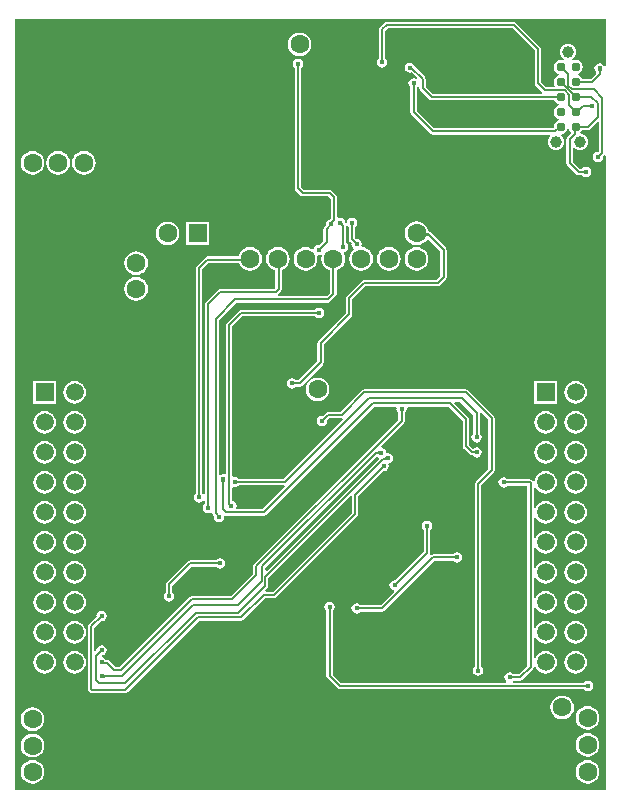
<source format=gbl>
%FSDAX23Y23*%
%MOIN*%
%SFA1B1*%

%IPPOS*%
%ADD85C,0.005000*%
%ADD86C,0.039020*%
%ADD87C,0.062990*%
%ADD88R,0.059060X0.059060*%
%ADD89C,0.059060*%
%ADD90R,0.062990X0.062990*%
%ADD91C,0.017720*%
%ADD93C,0.030980*%
%LNtivac-1*%
%LPD*%
G36*
X01985Y02428D02*
X01980Y02427D01*
X01977Y02432*
X01971Y02435*
X01965Y02437*
X01958Y02435*
X01952Y02432*
X01949Y02426*
X01947Y02420*
X01949Y02413*
X01952Y02407*
X01952Y02402*
X01935Y02385*
X01906*
X01901Y02391*
X01894Y02397*
X01891Y02397*
Y02402*
X01894Y02402*
X01901Y02408*
X01907Y02415*
X01908Y02425*
X01907Y02434*
X01901Y02441*
X01894Y02447*
X01885Y02448*
X01877Y02447*
X01874Y02451*
X01879Y02455*
X01883Y02461*
X01886Y02467*
X01887Y02475*
X01886Y02482*
X01883Y02488*
X01879Y02494*
X01873Y02498*
X01867Y02501*
X01860Y02502*
X01852Y02501*
X01846Y02498*
X01840Y02494*
X01836Y02488*
X01833Y02482*
X01832Y02475*
X01833Y02467*
X01836Y02461*
X01840Y02455*
X01845Y02451*
X01842Y02447*
X01835Y02448*
X01825Y02447*
X01818Y02441*
X01812Y02434*
X01811Y02425*
X01812Y02415*
X01818Y02408*
X01825Y02402*
X01828Y02402*
Y02397*
X01825Y02397*
X01818Y02391*
X01812Y02384*
X01811Y02375*
X01812Y02365*
X01815Y02362*
X01812Y02357*
X01787*
X01770Y02374*
Y02485*
X01769Y02489*
X01767Y02492*
X01687Y02572*
X01684Y02574*
X01680Y02575*
X01255*
X01250Y02574*
X01247Y02572*
X01232Y02557*
X01230Y02554*
X01229Y02550*
Y02453*
X01227Y02452*
X01224Y02446*
X01222Y02440*
X01224Y02433*
X01227Y02427*
X01233Y02424*
X01240Y02422*
X01246Y02424*
X01252Y02427*
X01255Y02433*
X01257Y02440*
X01255Y02446*
X01252Y02452*
X01250Y02453*
Y02545*
X01259Y02554*
X01675*
X01749Y02480*
Y02370*
X01750Y02365*
X01752Y02362*
X01774Y02340*
X01773Y02336*
X01772Y02335*
X01409*
X01385Y02359*
Y02385*
X01384Y02389*
X01382Y02392*
X01348Y02426*
X01348Y02428*
X01344Y02434*
X01339Y02437*
X01332Y02439*
X01326Y02437*
X01320Y02434*
X01316Y02428*
X01315Y02422*
X01316Y02415*
X01320Y02410*
X01326Y02406*
X01332Y02405*
X01338Y02406*
X01356Y02388*
X01353Y02384*
X01351Y02385*
X01345Y02387*
X01338Y02385*
X01332Y02382*
X01329Y02376*
X01327Y02370*
X01329Y02363*
X01332Y02357*
X01334Y02356*
Y02275*
X01335Y02270*
X01337Y02267*
X01402Y02202*
X01405Y02200*
X01409Y02199*
X01798*
X01800Y02194*
X01800Y02194*
X01796Y02188*
X01793Y02182*
X01792Y02175*
X01793Y02167*
X01796Y02161*
X01800Y02155*
X01806Y02151*
X01812Y02148*
X01820Y02147*
X01827Y02148*
X01833Y02151*
X01839Y02155*
X01843Y02161*
X01846Y02167*
X01847Y02175*
X01846Y02182*
X01843Y02188*
X01839Y02194*
X01837Y02196*
X01838Y02201*
X01844Y02202*
X01851Y02208*
X01857Y02215*
X01857Y02218*
X01862*
X01862Y02215*
X01868Y02208*
X01868Y02207*
X01869Y02202*
X01857Y02191*
X01855Y02187*
X01854Y02183*
Y02105*
X01855Y02100*
X01857Y02097*
X01887Y02067*
X01890Y02065*
X01895Y02064*
X01906*
X01907Y02062*
X01913Y02059*
X01920Y02057*
X01926Y02059*
X01932Y02062*
X01935Y02068*
X01937Y02075*
X01935Y02081*
X01932Y02087*
X01926Y02090*
X01920Y02092*
X01913Y02090*
X01907Y02087*
X01906Y02085*
X01899*
X01875Y02109*
Y02153*
X01879Y02155*
X01880Y02155*
X01886Y02151*
X01892Y02148*
X01899Y02147*
X01907Y02148*
X01913Y02151*
X01919Y02155*
X01923Y02161*
X01926Y02167*
X01927Y02175*
X01926Y02182*
X01923Y02188*
X01919Y02194*
X01913Y02198*
X01907Y02201*
X01902Y02202*
X01900Y02207*
X01901Y02208*
X01906Y02214*
X01925*
X01929Y02215*
X01932Y02217*
X01959Y02244*
X01963Y02242*
Y02145*
X01960Y02142*
X01953Y02140*
X01947Y02137*
X01944Y02131*
X01942Y02125*
X01944Y02118*
X01947Y02112*
X01953Y02109*
X01960Y02107*
X01966Y02109*
X01972Y02112*
X01975Y02118*
X01977Y02125*
X01976Y02126*
X01980Y02130*
X01985Y02127*
Y00015*
X00015*
Y02585*
X01985*
Y02428*
G37*
G36*
X01848Y02417D02*
X01848Y02417D01*
X01848Y02416*
X01848Y02416*
X01848Y02415*
X01849Y02414*
X01849Y02414*
X01849Y02413*
X01850Y02413*
X01851Y02412*
X01847Y02408*
X01846Y02409*
X01846Y02410*
X01845Y02410*
X01845Y02410*
X01844Y02411*
X01843Y02411*
X01843Y02411*
X01842Y02411*
X01842Y02411*
X01841Y02411*
X01848Y02418*
X01848Y02417*
G37*
G36*
X01970Y02412D02*
X01969Y02412D01*
X01969Y02411*
X01968Y02410*
X01968Y02409*
X01968Y02409*
X01967Y02408*
X01967Y02407*
X01967Y02406*
X01967Y02406*
X01962*
X01962Y02406*
X01962Y02407*
X01962Y02408*
X01961Y02409*
X01961Y02409*
X01961Y02410*
X01960Y02411*
X01960Y02412*
X01959Y02412*
X01958Y02413*
X01971*
X01970Y02412*
G37*
G36*
X01899Y02379D02*
X01900Y02379D01*
X01900Y02378*
X01900Y02378*
X01901Y02378*
X01902Y02377*
X01902Y02377*
X01903Y02377*
X01904Y02377*
X01905Y02377*
Y02372*
X01904Y02372*
X01903Y02372*
X01902Y02372*
X01902Y02372*
X01901Y02371*
X01900Y02371*
X01900Y02371*
X01900Y02370*
X01899Y02370*
X01899Y02370*
Y02380*
X01899Y02379*
G37*
G36*
Y02329D02*
X01900Y02329D01*
X01900Y02328*
X01900Y02328*
X01901Y02328*
X01902Y02327*
X01902Y02327*
X01903Y02327*
X01904Y02327*
X01905Y02327*
Y02322*
X01904Y02322*
X01903Y02322*
X01902Y02322*
X01902Y02322*
X01901Y02321*
X01900Y02321*
X01900Y02321*
X01900Y02320*
X01899Y02320*
X01899Y02320*
Y02330*
X01899Y02329*
G37*
G36*
X01820Y02320D02*
X01820Y02320D01*
X01819Y02320*
X01819Y02321*
X01819Y02321*
X01818Y02321*
X01817Y02322*
X01817Y02322*
X01816Y02322*
X01815Y02322*
X01814Y02322*
Y02327*
X01815Y02327*
X01816Y02327*
X01817Y02327*
X01817Y02327*
X01818Y02328*
X01819Y02328*
X01819Y02328*
X01819Y02329*
X01820Y02329*
X01820Y02330*
Y02320*
G37*
G36*
X01933Y02288D02*
X01932Y02289D01*
X01932Y02290*
X01931Y02290*
X01930Y02291*
X01929Y02291*
X01929Y02291*
X01928Y02292*
X01927Y02292*
X01926Y02292*
X01926Y02292*
Y02297*
X01926Y02297*
X01927Y02297*
X01928Y02297*
X01929Y02298*
X01929Y02298*
X01930Y02298*
X01931Y02299*
X01932Y02299*
X01932Y02300*
X01933Y02301*
Y02288*
G37*
G36*
X01902Y02284D02*
X01902Y02283D01*
X01901Y02283*
X01901Y02282*
X01900Y02281*
X01900Y02281*
X01900Y02280*
X01900Y02280*
X01900Y02279*
Y02278*
X01900Y02278*
X01894Y02286*
X01895Y02286*
X01895Y02286*
X01896Y02286*
X01896Y02286*
X01897Y02286*
X01897Y02286*
X01898Y02287*
X01898Y02287*
X01899Y02288*
X01900Y02288*
X01902Y02284*
G37*
G36*
X01873Y02290D02*
X01873Y02289D01*
X01874Y02289*
X01874Y02289*
X01875Y02288*
X01876Y02288*
X01876Y02288*
X01877Y02288*
X01877Y02288*
X01878Y02288*
X01871Y02281*
X01871Y02282*
X01871Y02282*
X01871Y02283*
X01871Y02283*
X01871Y02284*
X01870Y02285*
X01870Y02285*
X01870Y02286*
X01869Y02286*
X01868Y02287*
X01872Y02291*
X01873Y02290*
G37*
G36*
X01364Y02359D02*
Y02355D01*
X01365Y02350*
X01367Y02347*
X01397Y02317*
X01400Y02315*
X01405Y02314*
X01813*
X01818Y02308*
X01825Y02302*
X01828Y02302*
Y02297*
X01825Y02297*
X01818Y02291*
X01812Y02284*
X01811Y02275*
X01812Y02265*
X01818Y02258*
X01825Y02252*
X01828Y02252*
Y02247*
X01825Y02247*
X01818Y02241*
X01812Y02234*
X01811Y02225*
X01811Y02224*
X01808Y02220*
X01414*
X01355Y02279*
Y02356*
X01357Y02357*
X01359Y02361*
X01364Y02359*
G37*
G36*
X01899Y02229D02*
X01900Y02229D01*
X01900Y02228*
X01900Y02228*
X01901Y02228*
X01902Y02227*
X01902Y02227*
X01903Y02227*
X01904Y02227*
X01905Y02227*
Y02222*
X01904Y02222*
X01903Y02222*
X01902Y02222*
X01902Y02222*
X01901Y02221*
X01900Y02221*
X01900Y02221*
X01900Y02220*
X01899Y02220*
X01899Y02220*
Y02230*
X01899Y02229*
G37*
G36*
X01826Y02211D02*
X01826Y02212D01*
X01825Y02212*
X01825Y02212*
X01824Y02212*
X01824Y02212*
X01823Y02211*
X01822Y02211*
X01822Y02211*
X01821Y02210*
X01821Y02210*
X01817Y02213*
X01818Y02214*
X01819Y02215*
X01819Y02215*
X01819Y02216*
X01820Y02217*
X01820Y02217*
X01820Y02218*
X01820Y02218*
X01820Y02219*
X01820Y02219*
X01826Y02211*
G37*
G36*
X01888Y02209D02*
X01887Y02209D01*
X01887Y02209*
X01886Y02209*
X01886Y02208*
X01886Y02208*
X01886Y02207*
X01885Y02207*
X01885Y02206*
X01885Y02205*
X01885Y02204*
X01880Y02205*
X01880Y02206*
X01880Y02206*
X01880Y02207*
X01880Y02208*
X01880Y02209*
X01879Y02209*
X01879Y02210*
X01879Y02210*
X01878Y02210*
X01878Y02211*
X01888Y02209*
G37*
%LNtivac-2*%
%LPC*%
G36*
X00965Y02539D02*
X00954Y02538D01*
X00945Y02534*
X00936Y02528*
X00930Y02519*
X00926Y02510*
X00925Y02500*
X00926Y02489*
X00930Y02480*
X00936Y02471*
X00945Y02465*
X00954Y02461*
X00965Y02460*
X00975Y02461*
X00984Y02465*
X00993Y02471*
X00999Y02480*
X01003Y02489*
X01004Y02500*
X01003Y02510*
X00999Y02519*
X00993Y02528*
X00984Y02534*
X00975Y02538*
X00965Y02539*
G37*
G36*
X00245Y02144D02*
X00235Y02143D01*
X00226Y02139*
X00217Y02133*
X00211Y02124*
X00207Y02115*
X00206Y02105*
X00207Y02094*
X00211Y02085*
X00217Y02076*
X00226Y02070*
X00235Y02066*
X00245Y02065*
X00256Y02066*
X00265Y02070*
X00273Y02076*
X00280Y02085*
X00284Y02094*
X00285Y02105*
X00284Y02115*
X00280Y02124*
X00273Y02133*
X00265Y02139*
X00256Y02143*
X00245Y02144*
G37*
G36*
X00160D02*
X00150Y02143D01*
X00140Y02139*
X00132Y02133*
X00126Y02124*
X00122Y02115*
X00120Y02105*
X00122Y02094*
X00126Y02085*
X00132Y02076*
X00140Y02070*
X00150Y02066*
X00160Y02065*
X00170Y02066*
X00180Y02070*
X00188Y02076*
X00194Y02085*
X00198Y02094*
X00200Y02105*
X00198Y02115*
X00194Y02124*
X00188Y02133*
X00180Y02139*
X00170Y02143*
X00160Y02144*
G37*
G36*
X00075D02*
X00064Y02143D01*
X00055Y02139*
X00046Y02133*
X00040Y02124*
X00036Y02115*
X00035Y02105*
X00036Y02094*
X00040Y02085*
X00046Y02076*
X00055Y02070*
X00064Y02066*
X00075Y02065*
X00085Y02066*
X00094Y02070*
X00103Y02076*
X00109Y02085*
X00113Y02094*
X00114Y02105*
X00113Y02115*
X00109Y02124*
X00103Y02133*
X00094Y02139*
X00085Y02143*
X00075Y02144*
G37*
G36*
X00664Y01909D02*
X00585D01*
Y01830*
X00664*
Y01909*
G37*
G36*
X00525Y01909D02*
X00514Y01908D01*
X00505Y01904*
X00496Y01898*
X00490Y01889*
X00486Y01880*
X00485Y01870*
X00486Y01859*
X00490Y01850*
X00496Y01841*
X00505Y01835*
X00514Y01831*
X00525Y01830*
X00535Y01831*
X00544Y01835*
X00553Y01841*
X00559Y01850*
X00563Y01859*
X00564Y01870*
X00563Y01880*
X00559Y01889*
X00553Y01898*
X00544Y01904*
X00535Y01908*
X00525Y01909*
G37*
G36*
X01355Y01824D02*
X01344Y01823D01*
X01335Y01819*
X01326Y01813*
X01320Y01804*
X01316Y01795*
X01315Y01785*
X01316Y01774*
X01320Y01765*
X01326Y01756*
X01335Y01750*
X01344Y01746*
X01355Y01745*
X01365Y01746*
X01374Y01750*
X01383Y01756*
X01389Y01765*
X01393Y01774*
X01394Y01785*
X01393Y01795*
X01389Y01804*
X01383Y01813*
X01374Y01819*
X01365Y01823*
X01355Y01824*
G37*
G36*
X01262D02*
X01252Y01823D01*
X01242Y01819*
X01234Y01813*
X01228Y01804*
X01224Y01795*
X01222Y01785*
X01224Y01774*
X01228Y01765*
X01234Y01756*
X01242Y01750*
X01252Y01746*
X01262Y01745*
X01272Y01746*
X01282Y01750*
X01290Y01756*
X01296Y01765*
X01300Y01774*
X01302Y01785*
X01300Y01795*
X01296Y01804*
X01290Y01813*
X01282Y01819*
X01272Y01823*
X01262Y01824*
G37*
G36*
X00960Y02452D02*
X00953Y02450D01*
X00947Y02447*
X00944Y02441*
X00942Y02435*
X00944Y02428*
X00947Y02422*
X00949Y02421*
Y02020*
X00950Y02015*
X00952Y02012*
X00967Y01997*
X00970Y01995*
X00975Y01994*
X01060*
X01069Y01985*
Y01917*
X01068Y01916*
X01063Y01915*
X01057Y01912*
X01054Y01906*
X01052Y01900*
X01053Y01898*
X01047Y01892*
X01045Y01889*
X01044Y01885*
Y01844*
X01031Y01831*
X01030Y01832*
X01023Y01830*
X01017Y01827*
X01014Y01821*
X01013Y01818*
X01008Y01816*
X01004Y01819*
X00995Y01823*
X00985Y01824*
X00974Y01823*
X00965Y01819*
X00956Y01813*
X00950Y01804*
X00946Y01795*
X00945Y01785*
X00946Y01774*
X00950Y01765*
X00956Y01756*
X00965Y01750*
X00974Y01746*
X00985Y01745*
X00995Y01746*
X01004Y01750*
X01013Y01756*
X01019Y01765*
X01023Y01774*
X01024Y01785*
X01023Y01794*
X01025Y01797*
X01027Y01798*
X01030Y01797*
X01035Y01798*
X01038Y01796*
X01039Y01795*
X01037Y01785*
X01039Y01774*
X01043Y01765*
X01049Y01756*
X01057Y01750*
X01066Y01746*
Y01671*
X01055Y01660*
X00893*
X00892Y01661*
X00892Y01667*
X00902Y01677*
X00904Y01680*
X00905Y01685*
Y01747*
X00912Y01750*
X00920Y01756*
X00926Y01765*
X00930Y01774*
X00932Y01785*
X00930Y01795*
X00926Y01804*
X00920Y01813*
X00912Y01819*
X00902Y01823*
X00892Y01824*
X00882Y01823*
X00872Y01819*
X00864Y01813*
X00858Y01804*
X00854Y01795*
X00852Y01785*
X00854Y01774*
X00858Y01765*
X00864Y01756*
X00872Y01750*
X00882Y01746*
X00884Y01746*
Y01689*
X00880Y01685*
X00700*
X00695Y01684*
X00692Y01682*
X00652Y01642*
X00650Y01639*
X00649Y01635*
Y01000*
X00644Y00998*
X00642Y01002*
X00640Y01003*
Y01750*
X00661Y01771*
X00762*
X00765Y01765*
X00771Y01756*
X00780Y01750*
X00789Y01746*
X00800Y01745*
X00810Y01746*
X00819Y01750*
X00828Y01756*
X00834Y01765*
X00838Y01774*
X00839Y01785*
X00838Y01795*
X00834Y01804*
X00828Y01813*
X00819Y01819*
X00810Y01823*
X00800Y01824*
X00789Y01823*
X00780Y01819*
X00771Y01813*
X00765Y01804*
X00761Y01795*
X00761Y01793*
X00657*
X00653Y01792*
X00649Y01789*
X00622Y01762*
X00620Y01759*
X00619Y01755*
Y01003*
X00617Y01002*
X00614Y00996*
X00612Y00990*
X00614Y00983*
X00617Y00977*
X00623Y00974*
X00630Y00972*
X00636Y00974*
X00642Y00977*
X00644Y00981*
X00649Y00979*
Y00968*
X00647Y00967*
X00644Y00961*
X00642Y00955*
X00644Y00948*
X00647Y00942*
X00653Y00939*
X00660Y00937*
X00666Y00939*
X00669Y00941*
X00674Y00938*
Y00936*
X00675Y00932*
X00677Y00929*
X00679Y00926*
X00679Y00925*
X00680Y00918*
X00684Y00912*
X00690Y00909*
X00696Y00907*
X00703Y00909*
X00708Y00912*
X00712Y00918*
X00713Y00925*
X00713Y00926*
X00713Y00926*
X00717Y00929*
X00720Y00929*
X00845*
X00849Y00930*
X00852Y00932*
X01212Y01292*
X01284*
X01288Y01287*
X01287Y01285*
X01289Y01278*
X01292Y01272*
X01294Y01271*
Y01249*
X00812Y00767*
X00810Y00764*
X00809Y00760*
Y00734*
X00735Y00660*
X00605*
X00600Y00659*
X00597Y00657*
X00365Y00425*
X00349*
X00328Y00446*
X00325Y00448*
X00321Y00449*
X00318*
X00317Y00452*
X00311Y00455*
X00307Y00456*
X00307Y00456*
X00305Y00461*
X00306Y00463*
X00311Y00464*
X00317Y00467*
X00320Y00473*
X00322Y00480*
X00320Y00486*
X00317Y00492*
X00311Y00495*
X00305Y00497*
X00298Y00495*
X00292Y00492*
X00289Y00486*
X00287Y00480*
X00288Y00479*
X00288Y00478*
X00287Y00478*
X00285Y00477*
X00285Y00476*
X00285Y00476*
X00280Y00479*
Y00555*
X00303Y00578*
X00305Y00577*
X00311Y00579*
X00317Y00582*
X00320Y00588*
X00322Y00595*
X00320Y00601*
X00317Y00607*
X00311Y00610*
X00305Y00612*
X00298Y00610*
X00292Y00607*
X00289Y00601*
X00287Y00595*
X00288Y00593*
X00262Y00567*
X00260Y00564*
X00259Y00560*
Y00351*
X00260Y00347*
X00262Y00344*
X00265Y00341*
X00268Y00339*
X00272Y00338*
X00383*
X00387Y00339*
X00391Y00341*
X00629Y00579*
X00770*
X00774Y00580*
X00777Y00582*
X00849Y00654*
X00880*
X00884Y00655*
X00887Y00657*
X01157Y00927*
X01159Y00930*
X01160Y00935*
Y00995*
X01243Y01078*
X01245Y01077*
X01251Y01079*
X01257Y01082*
X01260Y01088*
X01262Y01094*
X01260Y01101*
X01265Y01103*
X01266Y01104*
X01272Y01107*
X01275Y01113*
X01277Y01120*
X01275Y01126*
X01272Y01132*
X01266Y01135*
X01260Y01137*
X01257Y01136*
X01252Y01139*
X01252Y01140*
X01251Y01146*
X01247Y01151*
X01241Y01155*
X01238Y01156*
X01236Y01161*
X01312Y01237*
X01314Y01240*
X01315Y01245*
Y01271*
X01317Y01272*
X01320Y01278*
X01322Y01285*
X01321Y01287*
X01325Y01292*
X01462*
X01509Y01245*
Y01160*
X01510Y01155*
X01512Y01152*
X01531Y01133*
X01534Y01131*
X01538Y01130*
X01541*
X01542Y01127*
X01548Y01124*
X01555Y01122*
X01561Y01124*
X01567Y01127*
X01570Y01133*
X01572Y01140*
X01570Y01146*
X01567Y01152*
X01561Y01155*
X01555Y01157*
X01548Y01155*
X01542Y01152*
X01542*
X01530Y01164*
Y01250*
X01529Y01254*
X01527Y01257*
X01480Y01304*
X01482Y01309*
X01500*
X01544Y01265*
Y01203*
X01542Y01202*
X01539Y01196*
X01537Y01190*
X01539Y01183*
X01542Y01177*
X01548Y01174*
X01555Y01172*
X01561Y01174*
X01567Y01177*
X01570Y01183*
X01572Y01190*
X01570Y01196*
X01567Y01202*
X01565Y01203*
Y01270*
X01564Y01272*
X01568Y01275*
X01569Y01275*
X01594Y01250*
Y01084*
X01552Y01042*
X01550Y01039*
X01549Y01035*
Y00425*
X01547Y00424*
X01544Y00418*
X01542Y00412*
X01544Y00405*
X01547Y00400*
X01553Y00396*
X01560Y00395*
X01566Y00396*
X01572Y00400*
X01575Y00405*
X01577Y00412*
X01575Y00418*
X01572Y00424*
X01570Y00425*
Y01030*
X01612Y01072*
X01614Y01075*
X01615Y01080*
Y01255*
X01614Y01259*
X01612Y01262*
X01527Y01347*
X01524Y01349*
X01520Y01350*
X01180*
X01175Y01349*
X01172Y01347*
X01100Y01275*
X01060*
X01055Y01274*
X01052Y01272*
X01041Y01261*
X01040Y01262*
X01033Y01260*
X01027Y01257*
X01024Y01251*
X01022Y01245*
X01024Y01238*
X01027Y01232*
X01033Y01229*
X01040Y01227*
X01046Y01229*
X01052Y01232*
X01055Y01238*
X01057Y01245*
X01056Y01246*
X01064Y01254*
X01105*
X01107Y01255*
X01110Y01251*
X01110Y01250*
X00911Y01051*
X00761*
X00760Y01053*
X00754Y01056*
X00748Y01058*
X00745Y01057*
X00740Y01061*
Y01560*
X00774Y01594*
X01016*
X01017Y01592*
X01023Y01589*
X01030Y01587*
X01036Y01589*
X01042Y01592*
X01045Y01598*
X01047Y01605*
X01045Y01611*
X01042Y01617*
X01036Y01620*
X01030Y01622*
X01023Y01620*
X01017Y01617*
X01016Y01615*
X00770*
X00765Y01614*
X00762Y01612*
X00722Y01572*
X00720Y01569*
X00719Y01565*
Y01069*
X00714Y01066*
X00710Y01067*
X00703Y01065*
X00700Y01063*
X00695Y01066*
Y01580*
X00754Y01639*
X01060*
X01064Y01640*
X01067Y01642*
X01084Y01660*
X01087Y01663*
X01088Y01667*
Y01746*
X01097Y01750*
X01105Y01756*
X01111Y01765*
X01115Y01774*
X01117Y01785*
X01115Y01795*
X01112Y01803*
X01114Y01807*
X01115Y01808*
X01116Y01809*
X01122Y01812*
X01125Y01818*
X01127Y01825*
X01125Y01831*
X01122Y01837*
X01120Y01838*
Y01895*
X01125Y01896*
X01127Y01892*
X01129Y01891*
Y01850*
X01130Y01845*
X01132Y01842*
X01138Y01836*
X01137Y01835*
X01139Y01828*
X01142Y01822*
X01144Y01821*
X01145Y01815*
X01141Y01813*
X01135Y01804*
X01131Y01795*
X01130Y01785*
X01131Y01774*
X01135Y01765*
X01141Y01756*
X01150Y01750*
X01159Y01746*
X01170Y01745*
X01180Y01746*
X01189Y01750*
X01198Y01756*
X01204Y01765*
X01208Y01774*
X01209Y01785*
X01208Y01795*
X01204Y01804*
X01198Y01813*
X01189Y01819*
X01180Y01823*
X01173Y01824*
X01172Y01826*
X01170Y01829*
X01172Y01835*
X01170Y01841*
X01167Y01847*
X01161Y01850*
X01155Y01852*
X01154Y01851*
X01150Y01855*
Y01891*
X01152Y01892*
X01155Y01898*
X01157Y01905*
X01155Y01911*
X01152Y01917*
X01146Y01920*
X01140Y01922*
X01133Y01920*
X01127Y01917*
X01124Y01911*
X01123Y01906*
X01122Y01905*
X01120Y01904*
X01118Y01904*
X01117Y01904*
X01116Y01905*
X01115Y01911*
X01112Y01917*
X01106Y01920*
X01100Y01922*
X01095Y01921*
X01090Y01924*
Y01990*
X01089Y01994*
X01087Y01997*
X01072Y02012*
X01069Y02014*
X01065Y02015*
X00979*
X00970Y02024*
Y02421*
X00972Y02422*
X00975Y02428*
X00977Y02435*
X00975Y02441*
X00972Y02447*
X00966Y02450*
X00960Y02452*
G37*
G36*
X00420Y01810D02*
X00409Y01808D01*
X00400Y01804*
X00391Y01798*
X00385Y01790*
X00381Y01780*
X00380Y01770*
X00381Y01760*
X00385Y01750*
X00391Y01742*
X00400Y01736*
X00409Y01732*
X00420Y01730*
X00430Y01732*
X00439Y01736*
X00448Y01742*
X00454Y01750*
X00458Y01760*
X00459Y01770*
X00458Y01780*
X00454Y01790*
X00448Y01798*
X00439Y01804*
X00430Y01808*
X00420Y01810*
G37*
G36*
Y01724D02*
X00409Y01723D01*
X00400Y01719*
X00391Y01713*
X00385Y01704*
X00381Y01695*
X00380Y01685*
X00381Y01674*
X00385Y01665*
X00391Y01656*
X00400Y01650*
X00409Y01646*
X00420Y01645*
X00430Y01646*
X00439Y01650*
X00448Y01656*
X00454Y01665*
X00458Y01674*
X00459Y01685*
X00458Y01695*
X00454Y01704*
X00448Y01713*
X00439Y01719*
X00430Y01723*
X00420Y01724*
G37*
G36*
X01355Y01910D02*
X01344Y01908D01*
X01335Y01904*
X01326Y01898*
X01320Y01890*
X01316Y01880*
X01315Y01870*
X01316Y01860*
X01320Y01850*
X01326Y01842*
X01335Y01836*
X01344Y01832*
X01355Y01830*
X01365Y01832*
X01374Y01836*
X01383Y01842*
X01388Y01849*
X01392Y01850*
X01394Y01850*
X01434Y01810*
Y01729*
X01420Y01715*
X01180*
X01175Y01714*
X01172Y01712*
X01122Y01662*
X01120Y01659*
X01119Y01655*
Y01604*
X01027Y01512*
X01025Y01509*
X01024Y01505*
Y01444*
X00960Y01380*
X00953*
X00952Y01382*
X00946Y01385*
X00940Y01387*
X00933Y01385*
X00927Y01382*
X00924Y01376*
X00922Y01370*
X00924Y01363*
X00927Y01357*
X00933Y01354*
X00940Y01352*
X00946Y01354*
X00952Y01357*
X00953Y01359*
X00965*
X00969Y01360*
X00972Y01362*
X01042Y01432*
X01044Y01435*
X01045Y01440*
Y01500*
X01137Y01592*
X01139Y01595*
X01140Y01600*
Y01650*
X01184Y01694*
X01425*
X01429Y01695*
X01432Y01697*
X01452Y01717*
X01454Y01720*
X01455Y01725*
Y01815*
X01454Y01819*
X01452Y01822*
X01401Y01873*
X01398Y01875*
X01394Y01876*
X01394Y01876*
X01394Y01876*
X01394Y01876*
X01393Y01876*
X01393Y01877*
X01393Y01877*
X01393Y01877*
X01393Y01880*
X01389Y01890*
X01383Y01898*
X01374Y01904*
X01365Y01908*
X01355Y01910*
G37*
G36*
X01025Y01389D02*
X01014Y01388D01*
X01005Y01384*
X00996Y01378*
X00990Y01369*
X00986Y01360*
X00985Y01350*
X00986Y01339*
X00990Y01330*
X00996Y01321*
X01005Y01315*
X01014Y01311*
X01025Y01310*
X01035Y01311*
X01044Y01315*
X01053Y01321*
X01059Y01330*
X01063Y01339*
X01064Y01350*
X01063Y01360*
X01059Y01369*
X01053Y01378*
X01044Y01384*
X01035Y01388*
X01025Y01389*
G37*
G36*
X01822Y01377D02*
X01747D01*
Y01302*
X01822*
Y01377*
G37*
G36*
X00152D02*
X00077D01*
Y01302*
X00152*
Y01377*
G37*
G36*
X01885Y01377D02*
X01875Y01376D01*
X01866Y01372*
X01858Y01366*
X01852Y01358*
X01848Y01349*
X01847Y01340*
X01848Y01330*
X01852Y01321*
X01858Y01313*
X01866Y01307*
X01875Y01303*
X01885Y01302*
X01894Y01303*
X01903Y01307*
X01911Y01313*
X01917Y01321*
X01921Y01330*
X01922Y01340*
X01921Y01349*
X01917Y01358*
X01911Y01366*
X01903Y01372*
X01894Y01376*
X01885Y01377*
G37*
G36*
X00215D02*
X00205Y01376D01*
X00196Y01372*
X00188Y01366*
X00182Y01358*
X00178Y01349*
X00177Y01340*
X00178Y01330*
X00182Y01321*
X00188Y01313*
X00196Y01307*
X00205Y01303*
X00215Y01302*
X00224Y01303*
X00233Y01307*
X00241Y01313*
X00247Y01321*
X00251Y01330*
X00252Y01340*
X00251Y01349*
X00247Y01358*
X00241Y01366*
X00233Y01372*
X00224Y01376*
X00215Y01377*
G37*
G36*
X01885Y01277D02*
X01875Y01276D01*
X01866Y01272*
X01858Y01266*
X01852Y01258*
X01848Y01249*
X01847Y01240*
X01848Y01230*
X01852Y01221*
X01858Y01213*
X01866Y01207*
X01875Y01203*
X01885Y01202*
X01894Y01203*
X01903Y01207*
X01911Y01213*
X01917Y01221*
X01921Y01230*
X01922Y01240*
X01921Y01249*
X01917Y01258*
X01911Y01266*
X01903Y01272*
X01894Y01276*
X01885Y01277*
G37*
G36*
X01785D02*
X01775Y01276D01*
X01766Y01272*
X01758Y01266*
X01752Y01258*
X01748Y01249*
X01747Y01240*
X01748Y01230*
X01752Y01221*
X01758Y01213*
X01766Y01207*
X01775Y01203*
X01785Y01202*
X01794Y01203*
X01803Y01207*
X01811Y01213*
X01817Y01221*
X01821Y01230*
X01822Y01240*
X01821Y01249*
X01817Y01258*
X01811Y01266*
X01803Y01272*
X01794Y01276*
X01785Y01277*
G37*
G36*
X00215D02*
X00205Y01276D01*
X00196Y01272*
X00188Y01266*
X00182Y01258*
X00178Y01249*
X00177Y01240*
X00178Y01230*
X00182Y01221*
X00188Y01213*
X00196Y01207*
X00205Y01203*
X00215Y01202*
X00224Y01203*
X00233Y01207*
X00241Y01213*
X00247Y01221*
X00251Y01230*
X00252Y01240*
X00251Y01249*
X00247Y01258*
X00241Y01266*
X00233Y01272*
X00224Y01276*
X00215Y01277*
G37*
G36*
X00115D02*
X00105Y01276D01*
X00096Y01272*
X00088Y01266*
X00082Y01258*
X00078Y01249*
X00077Y01240*
X00078Y01230*
X00082Y01221*
X00088Y01213*
X00096Y01207*
X00105Y01203*
X00115Y01202*
X00124Y01203*
X00133Y01207*
X00141Y01213*
X00147Y01221*
X00151Y01230*
X00152Y01240*
X00151Y01249*
X00147Y01258*
X00141Y01266*
X00133Y01272*
X00124Y01276*
X00115Y01277*
G37*
G36*
X01885Y01177D02*
X01875Y01176D01*
X01866Y01172*
X01858Y01166*
X01852Y01158*
X01848Y01149*
X01847Y01140*
X01848Y01130*
X01852Y01121*
X01858Y01113*
X01866Y01107*
X01875Y01103*
X01885Y01102*
X01894Y01103*
X01903Y01107*
X01911Y01113*
X01917Y01121*
X01921Y01130*
X01922Y01140*
X01921Y01149*
X01917Y01158*
X01911Y01166*
X01903Y01172*
X01894Y01176*
X01885Y01177*
G37*
G36*
X01785D02*
X01775Y01176D01*
X01766Y01172*
X01758Y01166*
X01752Y01158*
X01748Y01149*
X01747Y01140*
X01748Y01130*
X01752Y01121*
X01758Y01113*
X01766Y01107*
X01775Y01103*
X01785Y01102*
X01794Y01103*
X01803Y01107*
X01811Y01113*
X01817Y01121*
X01821Y01130*
X01822Y01140*
X01821Y01149*
X01817Y01158*
X01811Y01166*
X01803Y01172*
X01794Y01176*
X01785Y01177*
G37*
G36*
X00215D02*
X00205Y01176D01*
X00196Y01172*
X00188Y01166*
X00182Y01158*
X00178Y01149*
X00177Y01140*
X00178Y01130*
X00182Y01121*
X00188Y01113*
X00196Y01107*
X00205Y01103*
X00215Y01102*
X00224Y01103*
X00233Y01107*
X00241Y01113*
X00247Y01121*
X00251Y01130*
X00252Y01140*
X00251Y01149*
X00247Y01158*
X00241Y01166*
X00233Y01172*
X00224Y01176*
X00215Y01177*
G37*
G36*
X00115D02*
X00105Y01176D01*
X00096Y01172*
X00088Y01166*
X00082Y01158*
X00078Y01149*
X00077Y01140*
X00078Y01130*
X00082Y01121*
X00088Y01113*
X00096Y01107*
X00105Y01103*
X00115Y01102*
X00124Y01103*
X00133Y01107*
X00141Y01113*
X00147Y01121*
X00151Y01130*
X00152Y01140*
X00151Y01149*
X00147Y01158*
X00141Y01166*
X00133Y01172*
X00124Y01176*
X00115Y01177*
G37*
G36*
X01785Y01077D02*
X01775Y01076D01*
X01766Y01072*
X01758Y01066*
X01752Y01058*
X01748Y01049*
X01747Y01045*
X01742Y01044*
X01742Y01044*
X01739Y01047*
X01736Y01049*
X01732Y01050*
X01658*
X01657Y01052*
X01651Y01055*
X01645Y01057*
X01638Y01055*
X01632Y01052*
X01629Y01046*
X01627Y01040*
X01629Y01033*
X01632Y01027*
X01638Y01024*
X01645Y01022*
X01651Y01024*
X01657Y01027*
X01658Y01029*
X01724*
Y00429*
X01695Y00400*
X01678*
X01677Y00402*
X01671Y00405*
X01665Y00407*
X01658Y00405*
X01652Y00402*
X01649Y00396*
X01647Y00390*
X01649Y00383*
X01652Y00377*
X01654Y00376*
X01653Y00371*
X01103*
X01075Y00399*
Y00611*
X01077Y00612*
X01080Y00618*
X01082Y00625*
X01080Y00631*
X01077Y00637*
X01071Y00640*
X01065Y00642*
X01058Y00640*
X01052Y00637*
X01049Y00631*
X01047Y00625*
X01049Y00618*
X01052Y00612*
X01054Y00611*
Y00395*
X01055Y00390*
X01057Y00387*
X01091Y00353*
X01094Y00351*
X01098Y00350*
X01912*
X01913Y00348*
X01919Y00345*
X01926Y00343*
X01932Y00345*
X01938Y00348*
X01941Y00354*
X01943Y00361*
X01941Y00367*
X01938Y00373*
X01932Y00376*
X01926Y00378*
X01919Y00376*
X01913Y00373*
X01912Y00371*
X01677*
X01676Y00376*
X01678Y00379*
X01700*
X01704Y00380*
X01707Y00382*
X01742Y00417*
X01744Y00420*
X01745Y00424*
X01745Y00424*
X01751Y00424*
X01752Y00421*
X01758Y00413*
X01766Y00407*
X01775Y00403*
X01785Y00402*
X01794Y00403*
X01803Y00407*
X01811Y00413*
X01817Y00421*
X01821Y00430*
X01822Y00440*
X01821Y00449*
X01817Y00458*
X01811Y00466*
X01803Y00472*
X01794Y00476*
X01785Y00477*
X01775Y00476*
X01766Y00472*
X01758Y00466*
X01752Y00458*
X01750Y00454*
X01745Y00455*
Y00524*
X01750Y00525*
X01752Y00521*
X01758Y00513*
X01766Y00507*
X01775Y00503*
X01785Y00502*
X01794Y00503*
X01803Y00507*
X01811Y00513*
X01817Y00521*
X01821Y00530*
X01822Y00540*
X01821Y00549*
X01817Y00558*
X01811Y00566*
X01803Y00572*
X01794Y00576*
X01785Y00577*
X01775Y00576*
X01766Y00572*
X01758Y00566*
X01752Y00558*
X01750Y00554*
X01745Y00555*
Y00624*
X01750Y00625*
X01752Y00621*
X01758Y00613*
X01766Y00607*
X01775Y00603*
X01785Y00602*
X01794Y00603*
X01803Y00607*
X01811Y00613*
X01817Y00621*
X01821Y00630*
X01822Y00640*
X01821Y00649*
X01817Y00658*
X01811Y00666*
X01803Y00672*
X01794Y00676*
X01785Y00677*
X01775Y00676*
X01766Y00672*
X01758Y00666*
X01752Y00658*
X01750Y00654*
X01745Y00655*
Y00724*
X01750Y00725*
X01752Y00721*
X01758Y00713*
X01766Y00707*
X01775Y00703*
X01785Y00702*
X01794Y00703*
X01803Y00707*
X01811Y00713*
X01817Y00721*
X01821Y00730*
X01822Y00740*
X01821Y00749*
X01817Y00758*
X01811Y00766*
X01803Y00772*
X01794Y00776*
X01785Y00777*
X01775Y00776*
X01766Y00772*
X01758Y00766*
X01752Y00758*
X01750Y00754*
X01745Y00755*
Y00824*
X01750Y00825*
X01752Y00821*
X01758Y00813*
X01766Y00807*
X01775Y00803*
X01785Y00802*
X01794Y00803*
X01803Y00807*
X01811Y00813*
X01817Y00821*
X01821Y00830*
X01822Y00840*
X01821Y00849*
X01817Y00858*
X01811Y00866*
X01803Y00872*
X01794Y00876*
X01785Y00877*
X01775Y00876*
X01766Y00872*
X01758Y00866*
X01752Y00858*
X01750Y00854*
X01745Y00855*
Y00924*
X01750Y00925*
X01752Y00921*
X01758Y00913*
X01766Y00907*
X01775Y00903*
X01785Y00902*
X01794Y00903*
X01803Y00907*
X01811Y00913*
X01817Y00921*
X01821Y00930*
X01822Y00940*
X01821Y00949*
X01817Y00958*
X01811Y00966*
X01803Y00972*
X01794Y00976*
X01785Y00977*
X01775Y00976*
X01766Y00972*
X01758Y00966*
X01752Y00958*
X01750Y00954*
X01745Y00955*
Y01024*
X01750Y01025*
X01752Y01021*
X01758Y01013*
X01766Y01007*
X01775Y01003*
X01785Y01002*
X01794Y01003*
X01803Y01007*
X01811Y01013*
X01817Y01021*
X01821Y01030*
X01822Y01040*
X01821Y01049*
X01817Y01058*
X01811Y01066*
X01803Y01072*
X01794Y01076*
X01785Y01077*
G37*
G36*
X01885D02*
X01875Y01076D01*
X01866Y01072*
X01858Y01066*
X01852Y01058*
X01848Y01049*
X01847Y01040*
X01848Y01030*
X01852Y01021*
X01858Y01013*
X01866Y01007*
X01875Y01003*
X01885Y01002*
X01894Y01003*
X01903Y01007*
X01911Y01013*
X01917Y01021*
X01921Y01030*
X01922Y01040*
X01921Y01049*
X01917Y01058*
X01911Y01066*
X01903Y01072*
X01894Y01076*
X01885Y01077*
G37*
G36*
X00215D02*
X00205Y01076D01*
X00196Y01072*
X00188Y01066*
X00182Y01058*
X00178Y01049*
X00177Y01040*
X00178Y01030*
X00182Y01021*
X00188Y01013*
X00196Y01007*
X00205Y01003*
X00215Y01002*
X00224Y01003*
X00233Y01007*
X00241Y01013*
X00247Y01021*
X00251Y01030*
X00252Y01040*
X00251Y01049*
X00247Y01058*
X00241Y01066*
X00233Y01072*
X00224Y01076*
X00215Y01077*
G37*
G36*
X00115D02*
X00105Y01076D01*
X00096Y01072*
X00088Y01066*
X00082Y01058*
X00078Y01049*
X00077Y01040*
X00078Y01030*
X00082Y01021*
X00088Y01013*
X00096Y01007*
X00105Y01003*
X00115Y01002*
X00124Y01003*
X00133Y01007*
X00141Y01013*
X00147Y01021*
X00151Y01030*
X00152Y01040*
X00151Y01049*
X00147Y01058*
X00141Y01066*
X00133Y01072*
X00124Y01076*
X00115Y01077*
G37*
G36*
X01885Y00977D02*
X01875Y00976D01*
X01866Y00972*
X01858Y00966*
X01852Y00958*
X01848Y00949*
X01847Y00940*
X01848Y00930*
X01852Y00921*
X01858Y00913*
X01866Y00907*
X01875Y00903*
X01885Y00902*
X01894Y00903*
X01903Y00907*
X01911Y00913*
X01917Y00921*
X01921Y00930*
X01922Y00940*
X01921Y00949*
X01917Y00958*
X01911Y00966*
X01903Y00972*
X01894Y00976*
X01885Y00977*
G37*
G36*
X00215D02*
X00205Y00976D01*
X00196Y00972*
X00188Y00966*
X00182Y00958*
X00178Y00949*
X00177Y00940*
X00178Y00930*
X00182Y00921*
X00188Y00913*
X00196Y00907*
X00205Y00903*
X00215Y00902*
X00224Y00903*
X00233Y00907*
X00241Y00913*
X00247Y00921*
X00251Y00930*
X00252Y00940*
X00251Y00949*
X00247Y00958*
X00241Y00966*
X00233Y00972*
X00224Y00976*
X00215Y00977*
G37*
G36*
X00115D02*
X00105Y00976D01*
X00096Y00972*
X00088Y00966*
X00082Y00958*
X00078Y00949*
X00077Y00940*
X00078Y00930*
X00082Y00921*
X00088Y00913*
X00096Y00907*
X00105Y00903*
X00115Y00902*
X00124Y00903*
X00133Y00907*
X00141Y00913*
X00147Y00921*
X00151Y00930*
X00152Y00940*
X00151Y00949*
X00147Y00958*
X00141Y00966*
X00133Y00972*
X00124Y00976*
X00115Y00977*
G37*
G36*
X01885Y00877D02*
X01875Y00876D01*
X01866Y00872*
X01858Y00866*
X01852Y00858*
X01848Y00849*
X01847Y00840*
X01848Y00830*
X01852Y00821*
X01858Y00813*
X01866Y00807*
X01875Y00803*
X01885Y00802*
X01894Y00803*
X01903Y00807*
X01911Y00813*
X01917Y00821*
X01921Y00830*
X01922Y00840*
X01921Y00849*
X01917Y00858*
X01911Y00866*
X01903Y00872*
X01894Y00876*
X01885Y00877*
G37*
G36*
X00215D02*
X00205Y00876D01*
X00196Y00872*
X00188Y00866*
X00182Y00858*
X00178Y00849*
X00177Y00840*
X00178Y00830*
X00182Y00821*
X00188Y00813*
X00196Y00807*
X00205Y00803*
X00215Y00802*
X00224Y00803*
X00233Y00807*
X00241Y00813*
X00247Y00821*
X00251Y00830*
X00252Y00840*
X00251Y00849*
X00247Y00858*
X00241Y00866*
X00233Y00872*
X00224Y00876*
X00215Y00877*
G37*
G36*
X00115D02*
X00105Y00876D01*
X00096Y00872*
X00088Y00866*
X00082Y00858*
X00078Y00849*
X00077Y00840*
X00078Y00830*
X00082Y00821*
X00088Y00813*
X00096Y00807*
X00105Y00803*
X00115Y00802*
X00124Y00803*
X00133Y00807*
X00141Y00813*
X00147Y00821*
X00151Y00830*
X00152Y00840*
X00151Y00849*
X00147Y00858*
X00141Y00866*
X00133Y00872*
X00124Y00876*
X00115Y00877*
G37*
G36*
X01390Y00912D02*
X01383Y00910D01*
X01377Y00907*
X01374Y00901*
X01372Y00895*
X01374Y00888*
X01377Y00882*
X01379Y00881*
Y00809*
X01283Y00713*
X01282Y00714*
X01275Y00712*
X01269Y00709*
X01266Y00703*
X01264Y00697*
X01266Y00690*
X01269Y00684*
X01275Y00681*
X01278Y00680*
X01280Y00675*
X01235Y00630*
X01168*
X01167Y00632*
X01161Y00635*
X01155Y00637*
X01148Y00635*
X01142Y00632*
X01139Y00626*
X01137Y00620*
X01139Y00613*
X01142Y00607*
X01148Y00604*
X01155Y00602*
X01161Y00604*
X01167Y00607*
X01168Y00609*
X01240*
X01244Y00610*
X01247Y00612*
X01414Y00779*
X01476*
X01477Y00777*
X01483Y00774*
X01490Y00772*
X01496Y00774*
X01502Y00777*
X01505Y00783*
X01507Y00790*
X01505Y00796*
X01502Y00802*
X01496Y00805*
X01490Y00807*
X01483Y00805*
X01477Y00802*
X01476Y00800*
X01410*
X01405Y00799*
X01403Y00798*
X01401Y00799*
X01399Y00801*
X01400Y00805*
Y00881*
X01402Y00882*
X01405Y00888*
X01407Y00895*
X01405Y00901*
X01402Y00907*
X01396Y00910*
X01390Y00912*
G37*
G36*
X00700Y00787D02*
X00693Y00785D01*
X00687Y00782*
X00686Y00780*
X00600*
X00595Y00779*
X00592Y00777*
X00522Y00707*
X00520Y00704*
X00519Y00700*
Y00673*
X00517Y00672*
X00514Y00666*
X00512Y00660*
X00514Y00653*
X00517Y00647*
X00523Y00644*
X00530Y00642*
X00536Y00644*
X00542Y00647*
X00545Y00653*
X00547Y00660*
X00545Y00666*
X00542Y00672*
X00540Y00673*
Y00695*
X00604Y00759*
X00686*
X00687Y00757*
X00693Y00754*
X00700Y00752*
X00706Y00754*
X00712Y00757*
X00715Y00763*
X00717Y00770*
X00715Y00776*
X00712Y00782*
X00706Y00785*
X00700Y00787*
G37*
G36*
X01885Y00777D02*
X01875Y00776D01*
X01866Y00772*
X01858Y00766*
X01852Y00758*
X01848Y00749*
X01847Y00740*
X01848Y00730*
X01852Y00721*
X01858Y00713*
X01866Y00707*
X01875Y00703*
X01885Y00702*
X01894Y00703*
X01903Y00707*
X01911Y00713*
X01917Y00721*
X01921Y00730*
X01922Y00740*
X01921Y00749*
X01917Y00758*
X01911Y00766*
X01903Y00772*
X01894Y00776*
X01885Y00777*
G37*
G36*
X00215D02*
X00205Y00776D01*
X00196Y00772*
X00188Y00766*
X00182Y00758*
X00178Y00749*
X00177Y00740*
X00178Y00730*
X00182Y00721*
X00188Y00713*
X00196Y00707*
X00205Y00703*
X00215Y00702*
X00224Y00703*
X00233Y00707*
X00241Y00713*
X00247Y00721*
X00251Y00730*
X00252Y00740*
X00251Y00749*
X00247Y00758*
X00241Y00766*
X00233Y00772*
X00224Y00776*
X00215Y00777*
G37*
G36*
X00115D02*
X00105Y00776D01*
X00096Y00772*
X00088Y00766*
X00082Y00758*
X00078Y00749*
X00077Y00740*
X00078Y00730*
X00082Y00721*
X00088Y00713*
X00096Y00707*
X00105Y00703*
X00115Y00702*
X00124Y00703*
X00133Y00707*
X00141Y00713*
X00147Y00721*
X00151Y00730*
X00152Y00740*
X00151Y00749*
X00147Y00758*
X00141Y00766*
X00133Y00772*
X00124Y00776*
X00115Y00777*
G37*
G36*
X01885Y00677D02*
X01875Y00676D01*
X01866Y00672*
X01858Y00666*
X01852Y00658*
X01848Y00649*
X01847Y00640*
X01848Y00630*
X01852Y00621*
X01858Y00613*
X01866Y00607*
X01875Y00603*
X01885Y00602*
X01894Y00603*
X01903Y00607*
X01911Y00613*
X01917Y00621*
X01921Y00630*
X01922Y00640*
X01921Y00649*
X01917Y00658*
X01911Y00666*
X01903Y00672*
X01894Y00676*
X01885Y00677*
G37*
G36*
X00215D02*
X00205Y00676D01*
X00196Y00672*
X00188Y00666*
X00182Y00658*
X00178Y00649*
X00177Y00640*
X00178Y00630*
X00182Y00621*
X00188Y00613*
X00196Y00607*
X00205Y00603*
X00215Y00602*
X00224Y00603*
X00233Y00607*
X00241Y00613*
X00247Y00621*
X00251Y00630*
X00252Y00640*
X00251Y00649*
X00247Y00658*
X00241Y00666*
X00233Y00672*
X00224Y00676*
X00215Y00677*
G37*
G36*
X00115D02*
X00105Y00676D01*
X00096Y00672*
X00088Y00666*
X00082Y00658*
X00078Y00649*
X00077Y00640*
X00078Y00630*
X00082Y00621*
X00088Y00613*
X00096Y00607*
X00105Y00603*
X00115Y00602*
X00124Y00603*
X00133Y00607*
X00141Y00613*
X00147Y00621*
X00151Y00630*
X00152Y00640*
X00151Y00649*
X00147Y00658*
X00141Y00666*
X00133Y00672*
X00124Y00676*
X00115Y00677*
G37*
G36*
X01885Y00577D02*
X01875Y00576D01*
X01866Y00572*
X01858Y00566*
X01852Y00558*
X01848Y00549*
X01847Y00540*
X01848Y00530*
X01852Y00521*
X01858Y00513*
X01866Y00507*
X01875Y00503*
X01885Y00502*
X01894Y00503*
X01903Y00507*
X01911Y00513*
X01917Y00521*
X01921Y00530*
X01922Y00540*
X01921Y00549*
X01917Y00558*
X01911Y00566*
X01903Y00572*
X01894Y00576*
X01885Y00577*
G37*
G36*
X00215D02*
X00205Y00576D01*
X00196Y00572*
X00188Y00566*
X00182Y00558*
X00178Y00549*
X00177Y00540*
X00178Y00530*
X00182Y00521*
X00188Y00513*
X00196Y00507*
X00205Y00503*
X00215Y00502*
X00224Y00503*
X00233Y00507*
X00241Y00513*
X00247Y00521*
X00251Y00530*
X00252Y00540*
X00251Y00549*
X00247Y00558*
X00241Y00566*
X00233Y00572*
X00224Y00576*
X00215Y00577*
G37*
G36*
X00115D02*
X00105Y00576D01*
X00096Y00572*
X00088Y00566*
X00082Y00558*
X00078Y00549*
X00077Y00540*
X00078Y00530*
X00082Y00521*
X00088Y00513*
X00096Y00507*
X00105Y00503*
X00115Y00502*
X00124Y00503*
X00133Y00507*
X00141Y00513*
X00147Y00521*
X00151Y00530*
X00152Y00540*
X00151Y00549*
X00147Y00558*
X00141Y00566*
X00133Y00572*
X00124Y00576*
X00115Y00577*
G37*
G36*
X01885Y00477D02*
X01875Y00476D01*
X01866Y00472*
X01858Y00466*
X01852Y00458*
X01848Y00449*
X01847Y00440*
X01848Y00430*
X01852Y00421*
X01858Y00413*
X01866Y00407*
X01875Y00403*
X01885Y00402*
X01894Y00403*
X01903Y00407*
X01911Y00413*
X01917Y00421*
X01921Y00430*
X01922Y00440*
X01921Y00449*
X01917Y00458*
X01911Y00466*
X01903Y00472*
X01894Y00476*
X01885Y00477*
G37*
G36*
X00215D02*
X00205Y00476D01*
X00196Y00472*
X00188Y00466*
X00182Y00458*
X00178Y00449*
X00177Y00440*
X00178Y00430*
X00182Y00421*
X00188Y00413*
X00196Y00407*
X00205Y00403*
X00215Y00402*
X00224Y00403*
X00233Y00407*
X00241Y00413*
X00247Y00421*
X00251Y00430*
X00252Y00440*
X00251Y00449*
X00247Y00458*
X00241Y00466*
X00233Y00472*
X00224Y00476*
X00215Y00477*
G37*
G36*
X00115D02*
X00105Y00476D01*
X00096Y00472*
X00088Y00466*
X00082Y00458*
X00078Y00449*
X00077Y00440*
X00078Y00430*
X00082Y00421*
X00088Y00413*
X00096Y00407*
X00105Y00403*
X00115Y00402*
X00124Y00403*
X00133Y00407*
X00141Y00413*
X00147Y00421*
X00151Y00430*
X00152Y00440*
X00151Y00449*
X00147Y00458*
X00141Y00466*
X00133Y00472*
X00124Y00476*
X00115Y00477*
G37*
G36*
X01840Y00329D02*
X01829Y00328D01*
X01820Y00324*
X01811Y00318*
X01805Y00309*
X01801Y00300*
X01800Y00290*
X01801Y00279*
X01805Y00270*
X01811Y00261*
X01820Y00255*
X01829Y00251*
X01840Y00250*
X01850Y00251*
X01859Y00255*
X01868Y00261*
X01874Y00270*
X01878Y00279*
X01879Y00290*
X01878Y00300*
X01874Y00309*
X01868Y00318*
X01859Y00324*
X01850Y00328*
X01840Y00329*
G37*
G36*
X01925Y00294D02*
X01914Y00293D01*
X01905Y00289*
X01896Y00283*
X01890Y00274*
X01886Y00265*
X01885Y00255*
X01886Y00244*
X01890Y00235*
X01896Y00226*
X01905Y00220*
X01914Y00216*
X01925Y00215*
X01935Y00216*
X01944Y00220*
X01953Y00226*
X01959Y00235*
X01963Y00244*
X01964Y00255*
X01963Y00265*
X01959Y00274*
X01953Y00283*
X01944Y00289*
X01935Y00293*
X01925Y00294*
G37*
G36*
X00075Y00290D02*
X00064Y00288D01*
X00055Y00284*
X00046Y00278*
X00040Y00270*
X00036Y00260*
X00035Y00250*
X00036Y00240*
X00040Y00230*
X00046Y00222*
X00055Y00216*
X00064Y00212*
X00075Y00210*
X00085Y00212*
X00094Y00216*
X00103Y00222*
X00109Y00230*
X00113Y00240*
X00114Y00250*
X00113Y00260*
X00109Y00270*
X00103Y00278*
X00094Y00284*
X00085Y00288*
X00075Y00290*
G37*
G36*
X01925Y00204D02*
X01914Y00203D01*
X01905Y00199*
X01896Y00193*
X01890Y00184*
X01886Y00175*
X01885Y00165*
X01886Y00154*
X01890Y00145*
X01896Y00136*
X01905Y00130*
X01914Y00126*
X01925Y00125*
X01935Y00126*
X01944Y00130*
X01953Y00136*
X01959Y00145*
X01963Y00154*
X01964Y00165*
X01963Y00175*
X01959Y00184*
X01953Y00193*
X01944Y00199*
X01935Y00203*
X01925Y00204*
G37*
G36*
X00075Y00202D02*
X00064Y00201D01*
X00055Y00197*
X00046Y00190*
X00040Y00182*
X00036Y00173*
X00035Y00162*
X00036Y00152*
X00040Y00142*
X00046Y00134*
X00055Y00128*
X00064Y00124*
X00075Y00123*
X00085Y00124*
X00094Y00128*
X00103Y00134*
X00109Y00142*
X00113Y00152*
X00114Y00162*
X00113Y00173*
X00109Y00182*
X00103Y00190*
X00094Y00197*
X00085Y00201*
X00075Y00202*
G37*
G36*
X01925Y00114D02*
X01914Y00113D01*
X01905Y00109*
X01896Y00103*
X01890Y00094*
X01886Y00085*
X01885Y00075*
X01886Y00064*
X01890Y00055*
X01896Y00046*
X01905Y00040*
X01914Y00036*
X01925Y00035*
X01935Y00036*
X01944Y00040*
X01953Y00046*
X01959Y00055*
X01963Y00064*
X01964Y00075*
X01963Y00085*
X01959Y00094*
X01953Y00103*
X01944Y00109*
X01935Y00113*
X01925Y00114*
G37*
G36*
X00075D02*
X00064Y00113D01*
X00055Y00109*
X00046Y00103*
X00040Y00094*
X00036Y00085*
X00035Y00075*
X00036Y00064*
X00040Y00055*
X00046Y00046*
X00055Y00040*
X00064Y00036*
X00075Y00035*
X00085Y00036*
X00094Y00040*
X00103Y00046*
X00109Y00055*
X00113Y00064*
X00114Y00075*
X00113Y00085*
X00109Y00094*
X00103Y00103*
X00094Y00109*
X00085Y00113*
X00075Y00114*
G37*
%LNtivac-3*%
%LPD*%
G36*
X01108Y01903D02*
X01108Y01902D01*
X01109Y01902*
X01109Y01901*
X01109Y01900*
X01109Y01899*
X01110Y01898*
X01110Y01898*
X01111Y01897*
X01111Y01897*
X01108Y01893*
X01107Y01893*
X01106Y01894*
X01106Y01894*
X01105Y01895*
X01104Y01895*
X01103Y01895*
X01102Y01895*
X01102Y01896*
X01101Y01896*
X01100Y01896*
X01108Y01904*
X01108Y01903*
G37*
G36*
X01229Y01133D02*
X01228Y01133D01*
X01227Y01134*
X01227Y01134*
X01226Y01135*
X01225Y01135*
X01224Y01136*
X01224Y01136*
X01223Y01136*
X01222Y01136*
X01221Y01136*
X01221Y01141*
X01222Y01141*
X01223Y01141*
X01223Y01141*
X01224Y01142*
X01225Y01142*
X01226Y01142*
X01226Y01143*
X01227Y01144*
X01228Y01144*
X01228Y01145*
X01229Y01133*
G37*
G36*
X01254Y01113D02*
X01253Y01114D01*
X01251Y01115*
X01250Y01115*
X01250Y01116*
X01249Y01116*
X01248Y01116*
X01247Y01116*
X01247Y01116*
X01246Y01116*
X01246Y01121*
X01246Y01121*
X01247Y01122*
X01248Y01122*
X01249Y01122*
X01249Y01122*
X01250Y01123*
X01251Y01123*
X01251Y01124*
X01252Y01125*
X01253Y01125*
X01254Y01113*
G37*
G36*
X00715Y01042D02*
X00714Y01042D01*
X00714Y01041*
X00713Y01040*
X00713Y01039*
X00713Y01039*
X00712Y01038*
X00712Y01037*
X00712Y01036*
X00712Y01036*
X00707*
X00707Y01036*
X00707Y01037*
X00707Y01038*
X00706Y01039*
X00706Y01039*
X00706Y01040*
X00705Y01041*
X00705Y01042*
X00704Y01042*
X00703Y01043*
X00716*
X00715Y01042*
G37*
G36*
X00915Y01025D02*
X00840Y00950D01*
X00755*
X00753Y00955*
X00753Y00956*
X00755Y00962*
X00753Y00969*
X00750Y00975*
X00744Y00978*
X00740Y00979*
Y01020*
X00745Y01024*
X00748Y01024*
X00754Y01025*
X00760Y01029*
X00761Y01030*
X00913*
X00915Y01025*
G37*
G36*
X01227Y01124D02*
X01228Y01119D01*
X00855Y00745*
X00850Y00747*
Y00755*
X01219Y01124*
X01222Y01127*
X01227Y01124*
G37*
G36*
X01139Y00993D02*
Y00939D01*
X00875Y00675*
X00852*
X00850Y00680*
X00857Y00687*
X00859Y00690*
X00860Y00695*
Y00721*
X01134Y00995*
X01139Y00993*
G37*
G36*
X00304Y00471D02*
X00303Y00471D01*
X00302Y00471*
X00302Y00470*
X00301Y00470*
X00300Y00470*
X00299Y00470*
X00298Y00469*
X00298Y00469*
X00297Y00468*
X00297Y00468*
X00293Y00472*
X00293Y00472*
X00294Y00473*
X00294Y00473*
X00295Y00474*
X00295Y00475*
X00295Y00476*
X00295Y00477*
X00296Y00477*
X00296Y00478*
X00296Y00479*
X00304Y00471*
G37*
G36*
X00312Y00398D02*
X00312Y00398D01*
X00313Y00397*
X00314Y00397*
X00315Y00396*
X00315Y00396*
X00316Y00396*
X00317Y00396*
X00318Y00395*
X00318Y00395*
Y00390*
X00318Y00390*
X00317Y00390*
X00316Y00390*
X00315Y00390*
X00315Y00389*
X00314Y00389*
X00313Y00389*
X00312Y00388*
X00312Y00387*
X00311Y00387*
Y00399*
X00312Y00398*
G37*
G36*
X01386Y01873D02*
X01386Y01872D01*
X01387Y01871*
X01387Y01870*
X01388Y01870*
X01389Y01869*
X01390Y01869*
X01391Y01868*
X01392Y01868*
X01394Y01868*
Y01863*
X01392Y01863*
X01391Y01863*
X01389Y01862*
X01388Y01862*
X01387Y01861*
X01386Y01861*
X01385Y01860*
X01384Y01859*
X01384Y01858*
X01383Y01857*
X01386Y01875*
X01386Y01873*
G37*
G54D85*
X01235Y01139D02*
X01235Y01139D01*
X00820Y00760D02*
X01305Y01245D01*
X01219Y01139D02*
X01235D01*
X00840Y00760D02*
X01219Y01139D01*
X00840Y00710D02*
Y00760D01*
X01098Y00361D02*
X01926D01*
X01065Y00395D02*
X01098Y00361D01*
X01040Y01245D02*
X01060Y01265D01*
X01960Y02125D02*
X01974Y02139D01*
X01895Y02075D02*
X01920D01*
X01865Y02105D02*
X01895Y02075D01*
X01865Y02105D02*
Y02183D01*
X01883Y02223D02*
X01885Y02225D01*
X01883Y02202D02*
Y02223D01*
X01865Y02183D02*
X01883Y02202D01*
X01080Y01913D02*
Y01990D01*
X01070Y01900D02*
Y01903D01*
X01080Y01913*
X01100Y01905D02*
X01110Y01895D01*
X01055Y01885D02*
X01070Y01900D01*
X01355Y01870D02*
X01359Y01866D01*
X01394*
X01445Y01815*
Y01725D02*
Y01815D01*
X01425Y01705D02*
X01445Y01725D01*
X01180Y01705D02*
X01425D01*
X01130Y01655D02*
X01180Y01705D01*
X01130Y01600D02*
Y01655D01*
X01035Y01505D02*
X01130Y01600D01*
X01035Y01440D02*
Y01505D01*
X00965Y01370D02*
X01035Y01440D01*
X00940Y01370D02*
X00965D01*
X00600Y00770D02*
X00700D01*
X00530Y00700D02*
X00600Y00770D01*
X00530Y00660D02*
Y00700D01*
X01410Y00790D02*
X01490D01*
X01240Y00620D02*
X01410Y00790D01*
X01155Y00620D02*
X01240D01*
X01553Y01141D02*
X01555Y01140D01*
X01538Y01141D02*
X01553D01*
X01520Y01160D02*
X01538Y01141D01*
X01520Y01160D02*
Y01250D01*
X01466Y01303D02*
X01520Y01250D01*
X00845Y00940D02*
X01208Y01303D01*
X01466*
X00720Y00940D02*
X00845D01*
X00710Y00950D02*
X00720Y00940D01*
X00710Y00950D02*
Y01050D01*
X00736Y00962D02*
X00737D01*
X00730Y00969D02*
X00736Y00962D01*
X01555Y01190D02*
Y01270D01*
X01505Y01320D02*
X01555Y01270D01*
X01195Y01320D02*
X01505D01*
X00916Y01041D02*
X01195Y01320D01*
X00748Y01041D02*
X00916D01*
X00730Y01565D02*
X00770Y01605D01*
X00730Y00969D02*
Y01565D01*
X00685Y00936D02*
X00696Y00925D01*
X00685Y01585D02*
X00750Y01650D01*
X00685Y00936D02*
Y01585D01*
X01060Y01265D02*
X01105D01*
X01180Y01340*
X01520*
X01605Y01255*
Y01080D02*
Y01255D01*
X01560Y01035D02*
X01605Y01080D01*
X01560Y00412D02*
Y01035D01*
X00770Y01605D02*
X01030D01*
X00700Y01675D02*
X00885D01*
X00895Y01685D02*
Y01782D01*
X00885Y01675D02*
X00895Y01685D01*
X00892Y01785D02*
X00895Y01782D01*
X00797Y01782D02*
X00800Y01785D01*
X00657Y01782D02*
X00797D01*
X01077Y01667D02*
Y01785D01*
X01060Y01650D02*
X01077Y01667D01*
X00750Y01650D02*
X01060D01*
X00660Y01635D02*
X00700Y01675D01*
X00660Y00955D02*
Y01635D01*
X00630Y00990D02*
Y01755D01*
X00657Y01782*
X01305Y01245D02*
Y01285D01*
X00820Y00730D02*
Y00760D01*
X00740Y00650D02*
X00820Y00730D01*
X00605Y00650D02*
X00740D01*
X00370Y00415D02*
X00605Y00650D01*
X00345Y00415D02*
X00370D01*
X00321Y00438D02*
X00345Y00415D01*
X00305Y00440D02*
X00306Y00438D01*
X00321*
X00610Y00630D02*
X00760D01*
X00305Y00393D02*
X00373D01*
X00610Y00630*
X00850Y00725D02*
X01243Y01119D01*
X00760Y00605D02*
X00850Y00695D01*
Y00725*
X00760Y00630D02*
X00840Y00710D01*
X00619Y00605D02*
X00760D01*
X00384Y00370D02*
X00619Y00605D01*
X01259Y01119D02*
X01260Y01120D01*
X01243Y01119D02*
X01259D01*
X00297Y00370D02*
X00384D01*
X00285Y00382D02*
Y00460D01*
Y00382D02*
X00297Y00370D01*
X00285Y00460D02*
X00305Y00480D01*
X00270Y00351D02*
Y00560D01*
X00383Y00348D02*
X00625Y00590D01*
X00272Y00348D02*
X00383D01*
X00270Y00351D02*
X00272Y00348D01*
X01150Y00999D02*
X01245Y01094D01*
X01150Y00935D02*
Y00999D01*
X00880Y00665D02*
X01150Y00935D01*
X00845Y00665D02*
X00880D01*
X00770Y00590D02*
X00845Y00665D01*
X00625Y00590D02*
X00770D01*
X00270Y00560D02*
X00305Y00595D01*
X01065Y00395D02*
Y00625D01*
X01282Y00697D02*
X01390Y00805D01*
Y00895*
X01110Y01825D02*
Y01895D01*
X01055Y01840D02*
Y01885D01*
X01030Y01815D02*
X01055Y01840D01*
X01140Y01850D02*
X01155Y01835D01*
X01140Y01850D02*
Y01905D01*
X01333Y02422D02*
X01337D01*
X01375Y02385*
X01332Y02422D02*
X01333Y02422D01*
X01375Y02355D02*
Y02385D01*
X01885Y02225D02*
X01925D01*
X01958Y02258*
X01937Y02325D02*
X01958Y02303D01*
X01885Y02325D02*
X01937D01*
X01958Y02258D02*
Y02303D01*
X01910Y02295D02*
X01940D01*
X01890Y02275D02*
X01910Y02295D01*
X01885Y02275D02*
X01890D01*
X01945Y02350D02*
X01974Y02320D01*
Y02139D02*
Y02320D01*
X01860Y02361D02*
Y02400D01*
X01871Y02350D02*
X01945D01*
X01860Y02361D02*
X01871Y02350D01*
X01835Y02375D02*
X01885Y02325D01*
X00960Y02020D02*
Y02435D01*
Y02020D02*
X00975Y02005D01*
X01065*
X01080Y01990*
X01645Y01040D02*
X01732D01*
X01735Y01037*
X01665Y00390D02*
X01700D01*
X01735Y00425*
Y01037*
X01240Y02440D02*
Y02550D01*
X01255Y02565*
X01680*
X01760Y02485*
Y02370D02*
Y02485D01*
Y02370D02*
X01783Y02346D01*
X01848D02*
X01863Y02331D01*
X01783Y02346D02*
X01848D01*
X01863Y02296D02*
X01885Y02275D01*
X01863Y02296D02*
Y02331D01*
X01375Y02355D02*
X01405Y02325D01*
X01835*
X01345Y02275D02*
Y02370D01*
Y02275D02*
X01409Y02210D01*
X01832Y02225D02*
X01835D01*
X01817Y02210D02*
X01832Y02225D01*
X01409Y02210D02*
X01817D01*
X01835Y02425D02*
X01860Y02400D01*
X01965D02*
Y02420D01*
X01940Y02375D02*
X01965Y02400D01*
X01885Y02375D02*
X01940D01*
G54D86*
X01860Y02475D03*
X01899Y02175D03*
X01820D03*
G54D87*
X01025Y01350D03*
X01925Y00165D03*
X00075Y00162D03*
Y00250D03*
X01925Y00255D03*
X01170Y01785D03*
X00965Y02500D03*
X00075Y00075D03*
X01840Y00290D03*
X01925Y00075D03*
X00160Y02105D03*
X01262Y01785D03*
X01355D03*
X00800D03*
X00892D03*
X01077D03*
X00985D03*
X00420Y01770D03*
Y01685D03*
X00075Y02105D03*
X00245D03*
X01355Y01870D03*
X00525Y01870D03*
G54D88*
X00115Y01340D03*
X01785D03*
G54D89*
X00215Y01340D03*
X00115Y01240D03*
X00215D03*
X00115Y01140D03*
X00215D03*
X00115Y01040D03*
X00215D03*
X00115Y00940D03*
X00215D03*
X00115Y00840D03*
X00215D03*
X00115Y00740D03*
X00215D03*
X00115Y00640D03*
X00215D03*
X00115Y00540D03*
X00215D03*
X00115Y00440D03*
X00215D03*
X01885Y01340D03*
X01785Y01240D03*
X01885D03*
X01785Y01140D03*
X01885D03*
X01785Y01040D03*
X01885D03*
X01785Y00940D03*
X01885D03*
X01785Y00840D03*
X01885D03*
X01785Y00740D03*
X01885D03*
X01785Y00640D03*
X01885D03*
X01785Y00540D03*
X01885D03*
X01785Y00440D03*
X01885D03*
G54D90*
X00625Y01870D03*
G54D91*
X01235Y01139D03*
X01245Y01094D03*
X01040Y01245D03*
X00710Y01050D03*
X00748Y01041D03*
X01260Y01120D03*
X00737Y00962D03*
X01960Y02125D03*
X01920Y02075D03*
X01100Y01905D03*
X01070Y01900D03*
X00940Y01370D03*
X00700Y00770D03*
X00530Y00660D03*
X01555Y01140D03*
Y01190D03*
X01490Y00790D03*
X01030Y01605D03*
X00630Y00990D03*
X00660Y00955D03*
X00696Y00925D03*
X00305Y00440D03*
Y00393D03*
X01305Y01285D03*
X00305Y00480D03*
X01065Y00625D03*
X01155Y00620D03*
X01282Y00697D03*
X00305Y00595D03*
X01155Y01835D03*
X01110Y01825D03*
X01030Y01815D03*
X01140Y01905D03*
X01332Y02422D03*
X01940Y02295D03*
X00960Y02435D03*
X01926Y00361D03*
X01560Y00412D03*
X01390Y00895D03*
X01645Y01040D03*
X01665Y00390D03*
X01345Y02370D03*
X01240Y02440D03*
X01965Y02420D03*
G54D93*
X01835Y02425D03*
Y02375D03*
Y02325D03*
Y02275D03*
Y02225D03*
X01885D03*
Y02275D03*
Y02325D03*
Y02375D03*
Y02425D03*
M02*
</source>
